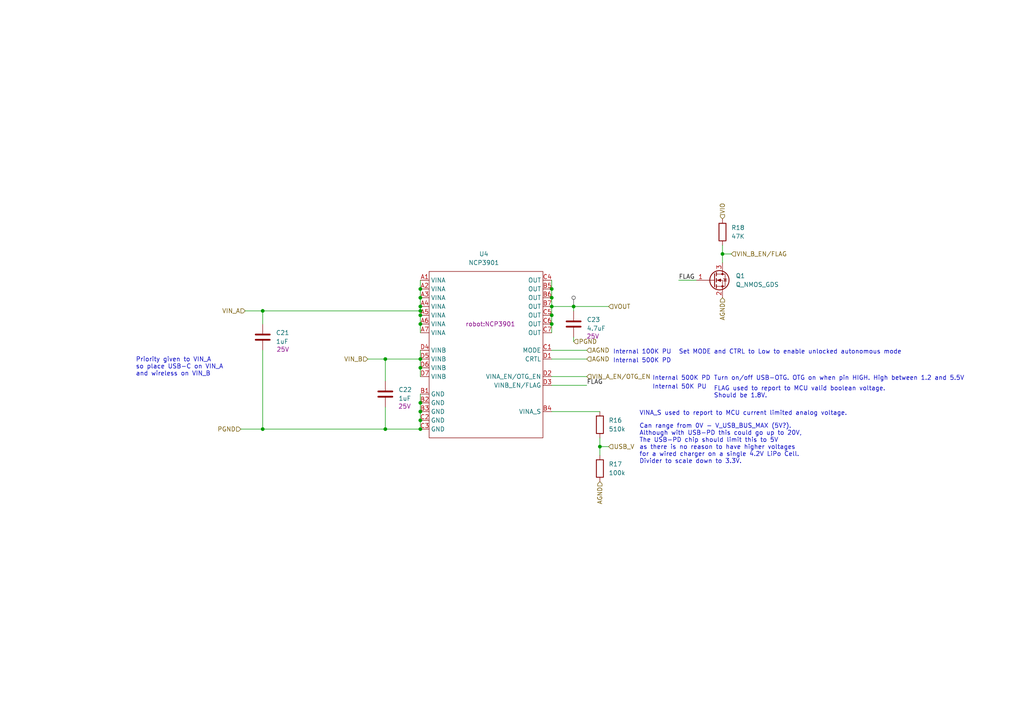
<source format=kicad_sch>
(kicad_sch (version 20230121) (generator eeschema)
  (paper "A4")
  (lib_symbols
    (symbol "robot:C" (pin_numbers hide) (pin_names (offset 0.254))
      (property "Reference" "C" (at 0.635 2.54 0))
      (property "Value" "C" (at 0.635 -2.54 0))
      (symbol "C_0_1"
        (polyline (pts (xy -2.032 -0.762) (xy 2.032 -0.762)) (stroke (width 0.508)))
        (polyline (pts (xy -2.032 0.762) (xy 2.032 0.762)) (stroke (width 0.508)))
      )
      (symbol "C_1_1"
        (pin passive line (at 0 3.81 270) (length 2.794) (name "~") (number "1"))
        (pin passive line (at 0 -3.81 90) (length 2.794) (name "~") (number "2"))
      )
    )
    (symbol "robot:NCP3901"
      (property "Reference" "U" (at -17.78 24.13 0))
      (property "Value" "NCP3901" (at 0 0 0))
      (symbol "NCP3901_0_1"
        (rectangle (start -20.32 -20.32) (end -20.32 -20.32))
        (rectangle (start -20.32 -20.32) (end -20.32 -20.32))
        (rectangle (start -20.32 -20.32) (end -20.32 -20.32))
        (rectangle (start -20.32 -20.32) (end -20.32 -20.32))
        (rectangle (start -20.32 -20.32) (end -20.32 -20.32))
        (rectangle (start -20.32 -20.32) (end -20.32 -20.32))
        (rectangle (start -20.32 -20.32) (end -20.32 -20.32))
        (rectangle (start -20.32 -20.32) (end -20.32 -20.32))
        (rectangle (start -20.32 -20.32) (end -20.32 -20.32))
        (rectangle (start -20.32 -20.32) (end -20.32 -20.32))
        (rectangle (start -20.32 -20.32) (end -20.32 -20.32))
        (rectangle (start -20.32 -20.32) (end -20.32 -20.32))
        (rectangle (start -20.32 -20.32) (end -20.32 -20.32))
        (rectangle (start -17.78 22.86) (end 15.24 -25.4))
      )
      (symbol "NCP3901_1_1"
        (pin power_in line (at -20.32 20.32 0) (length 2.54) (name "VINA") (number "A1"))
        (pin power_in line (at -20.32 17.78 0) (length 2.54) (name "VINA") (number "A2"))
        (pin power_in line (at -20.32 15.24 0) (length 2.54) (name "VINA") (number "A3"))
        (pin power_in line (at -20.32 12.7 0) (length 2.54) (name "VINA") (number "A4"))
        (pin power_in line (at -20.32 10.16 0) (length 2.54) (name "VINA") (number "A5"))
        (pin power_in line (at -20.32 7.62 0) (length 2.54) (name "VINA") (number "A6"))
        (pin power_in line (at -20.32 5.08 0) (length 2.54) (name "VINA") (number "A7"))
        (pin power_in line (at -20.32 -12.7 0) (length 2.54) (name "GND") (number "B1"))
        (pin power_in line (at -20.32 -15.24 0) (length 2.54) (name "GND") (number "B2"))
        (pin power_in line (at -20.32 -17.78 0) (length 2.54) (name "GND") (number "B3"))
        (pin output line (at 17.78 -17.78 180) (length 2.54) (name "VINA_S") (number "B4"))
        (pin passive line (at 17.78 17.78 180) (length 2.54) (name "OUT") (number "B5"))
        (pin passive line (at 17.78 15.24 180) (length 2.54) (name "OUT") (number "B6"))
        (pin passive line (at 17.78 12.7 180) (length 2.54) (name "OUT") (number "B7"))
        (pin input line (at 17.78 0 180) (length 2.54) (name "MODE") (number "C1"))
        (pin power_in line (at -20.32 -20.32 0) (length 2.54) (name "GND") (number "C2"))
        (pin power_in line (at -20.32 -22.86 0) (length 2.54) (name "GND") (number "C3"))
        (pin power_out line (at 17.78 20.32 180) (length 2.54) (name "OUT") (number "C4"))
        (pin passive line (at 17.78 10.16 180) (length 2.54) (name "OUT") (number "C5"))
        (pin passive line (at 17.78 7.62 180) (length 2.54) (name "OUT") (number "C6"))
        (pin passive line (at 17.78 5.08 180) (length 2.54) (name "OUT") (number "C7"))
        (pin input line (at 17.78 -2.54 180) (length 2.54) (name "CRTL") (number "D1"))
        (pin input line (at 17.78 -7.62 180) (length 2.54) (name "VINA_EN/OTG_EN") (number "D2"))
        (pin bidirectional line (at 17.78 -10.16 180) (length 2.54) (name "VINB_EN/FLAG") (number "D3"))
        (pin power_in line (at -20.32 0 0) (length 2.54) (name "VINB") (number "D4"))
        (pin power_in line (at -20.32 -2.54 0) (length 2.54) (name "VINB") (number "D5"))
        (pin power_in line (at -20.32 -5.08 0) (length 2.54) (name "VINB") (number "D6"))
        (pin power_in line (at -20.32 -7.62 0) (length 2.54) (name "VINB") (number "D7"))
      )
    )
    (symbol "robot:Q_NMOS_GSD" (pin_names (offset 0) hide)
      (property "Reference" "Q" (at 5.08 1.27 0))
      (property "Value" "Q_NMOS_GSD" (at 5.08 -1.27 0))
      (symbol "Q_NMOS_GSD_0_1"
        (polyline (pts (xy 0.254 0) (xy -2.54 0)))
        (polyline (pts (xy 0.254 1.905) (xy 0.254 -1.905)) (stroke (width 0.254)))
        (polyline (pts (xy 0.762 -1.27) (xy 0.762 -2.286)) (stroke (width 0.254)))
        (polyline (pts (xy 0.762 0.508) (xy 0.762 -0.508)) (stroke (width 0.254)))
        (polyline (pts (xy 0.762 2.286) (xy 0.762 1.27)) (stroke (width 0.254)))
        (polyline (pts (xy 2.54 2.54) (xy 2.54 1.778)))
        (polyline (pts (xy 2.54 -2.54) (xy 2.54 0) (xy 0.762 0)))
        (polyline (pts (xy 0.762 -1.778) (xy 3.302 -1.778) (xy 3.302 1.778) (xy 0.762 1.778)))
        (polyline (pts (xy 1.016 0) (xy 2.032 0.381) (xy 2.032 -0.381) (xy 1.016 0)) (fill (type outline)))
        (polyline (pts (xy 2.794 0.508) (xy 2.921 0.381) (xy 3.683 0.381) (xy 3.81 0.254)))
        (polyline (pts (xy 3.302 0.381) (xy 2.921 -0.254) (xy 3.683 -0.254) (xy 3.302 0.381)))
        (circle (center 1.651 0) (radius 2.794) (stroke (width 0.254)))
        (circle (center 2.54 -1.778) (radius 0.254) (fill (type outline)))
        (circle (center 2.54 1.778) (radius 0.254) (fill (type outline)))
      )
      (symbol "Q_NMOS_GSD_1_1"
        (pin input line (at -5.08 0 0) (length 2.54) (name "G") (number "1"))
        (pin passive line (at 2.54 -5.08 90) (length 2.54) (name "S") (number "2"))
        (pin passive line (at 2.54 5.08 270) (length 2.54) (name "D") (number "3"))
      )
    )
    (symbol "robot:R" (pin_numbers hide) (pin_names (offset 0))
      (property "Reference" "R" (at 2.032 0 90))
      (property "Value" "R" (at 0 0 90))
      (symbol "R_0_1"
        (rectangle (start -1.016 -2.54) (end 1.016 2.54) (stroke (width 0.254)))
      )
      (symbol "R_1_1"
        (pin passive line (at 0 3.81 270) (length 1.27) (name "~") (number "1"))
        (pin passive line (at 0 -3.81 90) (length 1.27) (name "~") (number "2"))
      )
    )
  )
  (junction (at 209.55 73.66))
  (junction (at 166.37 88.9))
  (junction (at 121.92 93.98))
  (junction (at 160.02 83.82))
  (junction (at 111.76 124.46))
  (junction (at 121.92 86.36))
  (junction (at 111.76 104.14))
  (junction (at 121.92 106.68))
  (junction (at 121.92 124.46))
  (junction (at 173.99 129.54))
  (junction (at 160.02 88.9))
  (junction (at 121.92 83.82))
  (junction (at 121.92 90.17))
  (junction (at 121.92 121.92))
  (junction (at 160.02 93.98))
  (junction (at 121.92 88.9))
  (junction (at 160.02 86.36))
  (junction (at 76.2 90.17))
  (junction (at 160.02 91.44))
  (junction (at 121.92 119.38))
  (junction (at 121.92 116.84))
  (junction (at 121.92 104.14))
  (junction (at 76.2 124.46))
  (junction (at 121.92 91.44))
  (wire (pts (xy 71.12 90.17) (xy 76.2 90.17)))
  (wire (pts (xy 121.92 86.36) (xy 121.92 88.9)))
  (wire (pts (xy 166.37 97.79) (xy 166.37 99.06)))
  (wire (pts (xy 76.2 90.17) (xy 121.92 90.17)))
  (wire (pts (xy 160.02 81.28) (xy 160.02 83.82)))
  (wire (pts (xy 121.92 83.82) (xy 121.92 86.36)))
  (wire (pts (xy 209.55 71.12) (xy 209.55 73.66)))
  (wire (pts (xy 121.92 116.84) (xy 121.92 119.38)))
  (wire (pts (xy 160.02 91.44) (xy 160.02 93.98)))
  (wire (pts (xy 121.92 119.38) (xy 121.92 121.92)))
  (wire (pts (xy 160.02 111.76) (xy 170.18 111.76)))
  (wire (pts (xy 160.02 88.9) (xy 160.02 91.44)))
  (wire (pts (xy 173.99 129.54) (xy 173.99 132.08)))
  (wire (pts (xy 121.92 121.92) (xy 121.92 124.46)))
  (wire (pts (xy 160.02 101.6) (xy 170.18 101.6)))
  (wire (pts (xy 76.2 90.17) (xy 76.2 93.98)))
  (wire (pts (xy 160.02 86.36) (xy 160.02 88.9)))
  (wire (pts (xy 209.55 73.66) (xy 209.55 76.2)))
  (wire (pts (xy 69.85 124.46) (xy 76.2 124.46)))
  (wire (pts (xy 121.92 106.68) (xy 121.92 109.22)))
  (wire (pts (xy 160.02 104.14) (xy 170.18 104.14)))
  (wire (pts (xy 76.2 101.6) (xy 76.2 124.46)))
  (wire (pts (xy 160.02 88.9) (xy 166.37 88.9)))
  (wire (pts (xy 121.92 91.44) (xy 121.92 93.98)))
  (wire (pts (xy 111.76 124.46) (xy 121.92 124.46)))
  (wire (pts (xy 166.37 88.9) (xy 176.53 88.9)))
  (wire (pts (xy 121.92 93.98) (xy 121.92 96.52)))
  (wire (pts (xy 111.76 104.14) (xy 121.92 104.14)))
  (wire (pts (xy 160.02 109.22) (xy 170.18 109.22)))
  (wire (pts (xy 166.37 88.9) (xy 166.37 90.17)))
  (wire (pts (xy 121.92 90.17) (xy 121.92 91.44)))
  (wire (pts (xy 173.99 127) (xy 173.99 129.54)))
  (wire (pts (xy 76.2 124.46) (xy 111.76 124.46)))
  (wire (pts (xy 121.92 114.3) (xy 121.92 116.84)))
  (wire (pts (xy 160.02 83.82) (xy 160.02 86.36)))
  (wire (pts (xy 121.92 81.28) (xy 121.92 83.82)))
  (wire (pts (xy 196.85 81.28) (xy 201.93 81.28)))
  (wire (pts (xy 160.02 119.38) (xy 173.99 119.38)))
  (wire (pts (xy 160.02 93.98) (xy 160.02 96.52)))
  (wire (pts (xy 173.99 129.54) (xy 176.53 129.54)))
  (wire (pts (xy 111.76 118.11) (xy 111.76 124.46)))
  (wire (pts (xy 121.92 104.14) (xy 121.92 106.68)))
  (wire (pts (xy 121.92 101.6) (xy 121.92 104.14)))
  (wire (pts (xy 209.55 73.66) (xy 212.09 73.66)))
  (wire (pts (xy 106.68 104.14) (xy 111.76 104.14)))
  (wire (pts (xy 121.92 90.17) (xy 121.92 88.9)))
  (wire (pts (xy 111.76 104.14) (xy 111.76 110.49)))
  (text "Internal 500K PD" (at 177.8 105.41 0) (effects (font (size 1.27 1.27)) (justify left bottom)))
  (text "VINA_S used to report to MCU current limited analog voltage." (at 185.42 120.65 0) (effects (font (size 1.27 1.27)) (justify left bottom)))
  (text "Internal 500K PD" (at 189.23 110.49 0) (effects (font (size 1.27 1.27)) (justify left bottom)))
  (text "Internal 100K PU" (at 177.8 102.87 0) (effects (font (size 1.27 1.27)) (justify left bottom)))
  (text "Internal 50K PU" (at 189.23 113.03 0) (effects (font (size 1.27 1.27)) (justify left bottom)))
  (text "Can range from 0V - V_USB_BUS_MAX (5V?). \nAlthough with USB-PD this could go up to 20V,\nThe USB-PD chip should limit this to 5V\nas there is no reason to have higher voltages\nfor a wired charger on a single 4.2V LiPo Cell.\nDivider to scale down to 3.3V.\n" (at 185.42 134.62 0) (effects (font (size 1.27 1.27)) (justify left bottom)))
  (text "Priority given to VIN_A\nso place USB-C on VIN_A\nand wireless on VIN_B" (at 39.37 109.22 0) (effects (font (size 1.27 1.27)) (justify left bottom)))
  (text "Turn on/off USB-OTG. OTG on when pin HIGH. High between 1.2 and 5.5V" (at 207.01 110.49 0) (effects (font (size 1.27 1.27)) (justify left bottom)))
  (text "FLAG used to report to MCU valid boolean voltage.\nShould be 1.8V. " (at 207.01 115.57 0) (effects (font (size 1.27 1.27)) (justify left bottom)))
  (text "Set MODE and CTRL to Low to enable unlocked autonomous mode" (at 196.85 102.87 0) (effects (font (size 1.27 1.27)) (justify left bottom)))
  (label "FLAG" (at 196.85 81.28 0))
  (label "FLAG" (at 170.18 111.76 0))
  (hierarchical_label "PGND" (shape input) (at 69.85 124.46 180))
  (hierarchical_label "AGND" (shape input) (at 170.18 101.6 0))
  (hierarchical_label "VIN_B" (shape input) (at 106.68 104.14 180))
  (hierarchical_label "VIN_A" (shape input) (at 71.12 90.17 180))
  (hierarchical_label "AGND" (shape input) (at 170.18 104.14 0))
  (hierarchical_label "USB_V" (shape input) (at 176.53 129.54 0))
  (hierarchical_label "AGND" (shape input) (at 209.55 86.36 270))
  (hierarchical_label "VOUT" (shape input) (at 176.53 88.9 0))
  (hierarchical_label "VIN_A_EN{slash}OTG_EN" (shape input) (at 170.18 109.22 0))
  (hierarchical_label "AGND" (shape input) (at 173.99 139.7 270))
  (hierarchical_label "VIN_B_EN{slash}FLAG" (shape input) (at 212.09 73.66 0))
  (hierarchical_label "PGND" (shape input) (at 166.37 99.06 0))
  (hierarchical_label "VIO" (shape input) (at 209.55 63.5 90))
  (netclass_flag "" (length 2.54) (shape round) (at 166.37 88.9 0) (property "Netclass" "power_3A" (effects hide)))
  (symbol (lib_id "robot:R") (at 173.99 123.19 0) (unit 1)
    (property "Reference" "R16" (at 176.53 121.9199 0) (effects (justify left)))
    (property "Value" "510k" (at 176.53 124.4599 0) (effects (justify left)))
    (property "Footprint" "robot:R_0603_1608Metric" (effects hide))
    (property "Manufacturer" "Stackpole Electronics" (effects hide))
    (property "Part Number" "RMCF0603JT510K" (effects hide))
    (property "Type" "SMD" (effects hide))
  )
  (symbol (lib_id "robot:C") (at 166.37 93.98 0) (unit 1)
    (property "Reference" "C23" (at 170.18 92.7099 0) (effects (justify left)))
    (property "Value" "4.7uF" (at 170.18 95.2499 0) (effects (justify left)))
    (property "Footprint" "robot:C_0603_1608Metric" (effects hide))
    (property "Description" "25V" (at 171.958 97.536 0))
    (property "Manufacturer" "Murata" (effects hide))
    (property "Part Number" "GRM188R61E475KE11D" (effects hide))
    (property "Type" "SMD" (effects hide))
  )
  (symbol (lib_id "robot:Q_NMOS_GSD") (at 207.01 81.28 0) (unit 1)
    (property "Reference" "Q1" (at 213.36 80.0099 0) (effects (justify left)))
    (property "Value" "Q_NMOS_GDS" (at 213.36 82.5499 0) (effects (justify left)))
    (property "Footprint" "robot:SOT-23" (effects hide))
    (property "Description" "Flag at ~ 1.8V so ensure to choose V_GS < 1.8V. " (effects hide))
    (property "Part Number" "BSS138" (effects hide))
    (property "Manufacturer" "ANBON SEMICONDUCTOR (INT'L) LIMITED" (effects hide))
    (property "Type" "SMD" (effects hide))
  )
  (symbol (lib_id "robot:C") (at 111.76 114.3 0) (unit 1)
    (property "Reference" "C22" (at 115.57 113.0299 0) (effects (justify left)))
    (property "Value" "1uF" (at 115.57 115.5699 0) (effects (justify left)))
    (property "Footprint" "robot:C_0402_1005Metric" (effects hide))
    (property "Description" "25V" (at 117.348 117.856 0))
    (property "Manufacturer" "Murata" (effects hide))
    (property "Part Number" "GRM155R61E105KA12D" (effects hide))
    (property "Stock" "10" (effects hide))
    (property "Type" "SMD" (effects hide))
  )
  (symbol (lib_id "robot:R") (at 209.55 67.31 0) (unit 1)
    (property "Reference" "R18" (at 212.09 66.0399 0) (effects (justify left)))
    (property "Value" "47K" (at 212.09 68.5799 0) (effects (justify left)))
    (property "Footprint" "robot:R_0603_1608Metric" (effects hide))
    (property "Manufacturer" "Stackpole Electronics" (effects hide))
    (property "Part Number" "RMCF0603JT47K0" (effects hide))
    (property "Type" "SMD" (effects hide))
  )
  (symbol (lib_id "robot:C") (at 76.2 97.79 0) (unit 1)
    (property "Reference" "C21" (at 80.01 96.5199 0) (effects (justify left)))
    (property "Value" "1uF" (at 80.01 99.0599 0) (effects (justify left)))
    (property "Footprint" "robot:C_0402_1005Metric" (effects hide))
    (property "Description" "25V" (at 82.042 101.346 0))
    (property "Manufacturer" "Murata" (effects hide))
    (property "Part Number" "GRM155R61E105KA12D" (effects hide))
    (property "Stock" "10" (effects hide))
    (property "Type" "SMD" (effects hide))
  )
  (symbol (lib_id "robot:NCP3901") (at 142.24 101.6 0) (unit 1)
    (property "Reference" "U4" (at 140.335 73.66 0))
    (property "Value" "NCP3901" (at 140.335 76.2 0))
    (property "Footprint" "robot:NCP3901" (at 142.24 93.98 0))
    (property "Datasheet" "https://www.onsemi.com/pdf/datasheet/ncp3901-d.pdf" (effects hide))
    (property "Part Number" "NCP3901FCCT1G" (effects hide))
    (property "Manufacturer" "onsemi" (effects hide))
    (property "Stock" "19" (effects hide))
    (property "Type" "SMD" (effects hide))
  )
  (symbol (lib_id "robot:R") (at 173.99 135.89 0) (unit 1)
    (property "Reference" "R17" (at 176.53 134.6199 0) (effects (justify left)))
    (property "Value" "100k" (at 176.53 137.1599 0) (effects (justify left)))
    (property "Footprint" "robot:R_0603_1608Metric" (effects hide))
    (property "Manufacturer" "Walsin Technology" (effects hide))
    (property "Part Number" "WR06X1003FTL" (effects hide))
    (property "Stock" "100" (effects hide))
    (property "Type" "SMD" (effects hide))
  )
)
</source>
